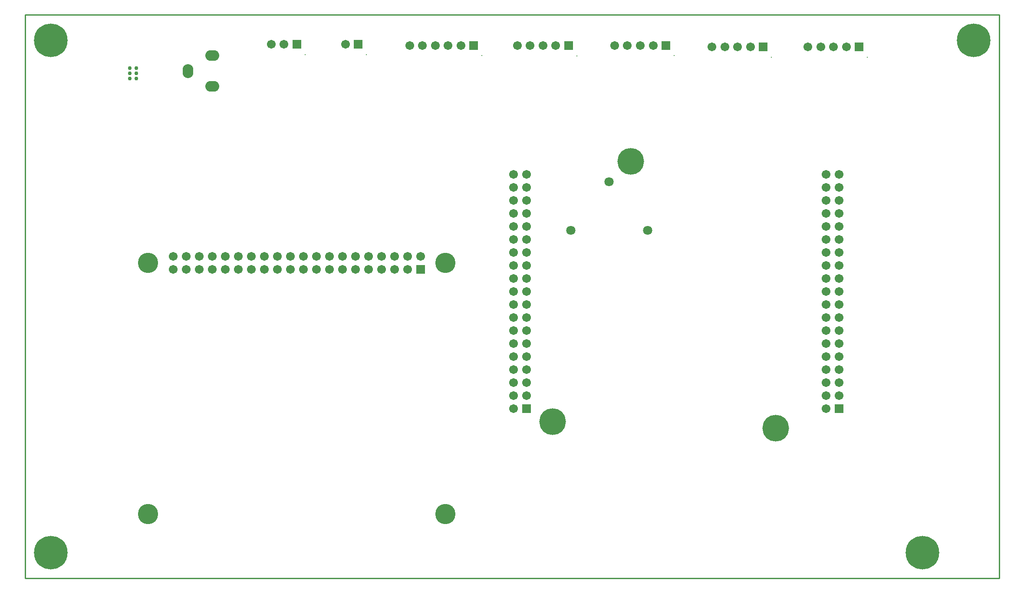
<source format=gbs>
G04*
G04 #@! TF.GenerationSoftware,Altium Limited,Altium Designer,18.1.11 (251)*
G04*
G04 Layer_Color=16711935*
%FSLAX25Y25*%
%MOIN*%
G70*
G01*
G75*
%ADD11C,0.01000*%
%ADD70C,0.07099*%
%ADD71C,0.06706*%
%ADD72R,0.06706X0.06706*%
%ADD73C,0.20485*%
%ADD74R,0.00800X0.00800*%
%ADD75O,0.10642X0.08280*%
%ADD76O,0.08280X0.10642*%
%ADD77C,0.25800*%
%ADD78R,0.06706X0.06706*%
%ADD79C,0.15564*%
%ADD80C,0.03000*%
D11*
X0Y0D02*
X748032D01*
X0D02*
Y433071D01*
X748032D01*
X748032Y0D01*
D70*
X448602Y304748D02*
D03*
X478130Y267347D02*
D03*
X419075D02*
D03*
D71*
X615000Y310472D02*
D03*
X625000D02*
D03*
X615000Y300472D02*
D03*
X625000D02*
D03*
X615000Y290472D02*
D03*
X625000D02*
D03*
X615000Y280472D02*
D03*
X625000D02*
D03*
X615000Y270472D02*
D03*
X625000D02*
D03*
X615000Y260472D02*
D03*
X625000D02*
D03*
X615000Y250472D02*
D03*
X625000D02*
D03*
X615000Y240472D02*
D03*
X625000D02*
D03*
X615000Y230472D02*
D03*
X625000D02*
D03*
X615000Y220472D02*
D03*
X625000D02*
D03*
X615000Y210472D02*
D03*
X625000D02*
D03*
X615000Y200472D02*
D03*
X625000D02*
D03*
X615000Y190472D02*
D03*
X625000D02*
D03*
X615000Y180472D02*
D03*
X625000D02*
D03*
X615000Y170472D02*
D03*
X625000D02*
D03*
X615000Y160472D02*
D03*
X625000D02*
D03*
X615000Y150472D02*
D03*
X625000D02*
D03*
X615000Y140472D02*
D03*
X625000D02*
D03*
X615000Y130472D02*
D03*
X375000Y310472D02*
D03*
X385000D02*
D03*
X375000Y300472D02*
D03*
X385000D02*
D03*
X375000Y290472D02*
D03*
X385000D02*
D03*
X375000Y280472D02*
D03*
X385000D02*
D03*
X375000Y270472D02*
D03*
X385000D02*
D03*
X375000Y260472D02*
D03*
X385000D02*
D03*
X375000Y250472D02*
D03*
X385000D02*
D03*
X375000Y240472D02*
D03*
X385000D02*
D03*
X375000Y230472D02*
D03*
X385000D02*
D03*
X375000Y220472D02*
D03*
X385000D02*
D03*
X375000Y210472D02*
D03*
X385000D02*
D03*
X375000Y200472D02*
D03*
X385000D02*
D03*
X375000Y190472D02*
D03*
X385000D02*
D03*
X375000Y180472D02*
D03*
X385000D02*
D03*
X375000Y170472D02*
D03*
X385000D02*
D03*
X375000Y160472D02*
D03*
X385000D02*
D03*
X375000Y150472D02*
D03*
X385000D02*
D03*
X375000Y140472D02*
D03*
X385000D02*
D03*
X375000Y130472D02*
D03*
D03*
X385000Y140472D02*
D03*
X375000D02*
D03*
X385000Y150472D02*
D03*
X375000D02*
D03*
X385000Y160472D02*
D03*
X375000D02*
D03*
X385000Y170472D02*
D03*
X375000D02*
D03*
X385000Y180472D02*
D03*
X375000D02*
D03*
X385000Y190472D02*
D03*
X375000D02*
D03*
X385000Y200472D02*
D03*
X375000D02*
D03*
X385000Y210472D02*
D03*
X375000D02*
D03*
X385000Y220472D02*
D03*
X375000D02*
D03*
X385000Y230472D02*
D03*
X375000D02*
D03*
X385000Y240472D02*
D03*
X375000D02*
D03*
X385000Y250472D02*
D03*
X375000D02*
D03*
X385000Y260472D02*
D03*
X375000D02*
D03*
X385000Y270472D02*
D03*
X375000D02*
D03*
X385000Y280472D02*
D03*
X375000D02*
D03*
X385000Y290472D02*
D03*
X375000D02*
D03*
X385000Y300472D02*
D03*
X375000D02*
D03*
X385000Y310472D02*
D03*
X375000D02*
D03*
X615000D02*
D03*
X625000D02*
D03*
X615000Y300472D02*
D03*
X625000D02*
D03*
X615000Y290472D02*
D03*
X625000D02*
D03*
X615000Y280472D02*
D03*
X625000D02*
D03*
X615000Y270472D02*
D03*
X625000D02*
D03*
X615000Y260472D02*
D03*
X625000D02*
D03*
X615000Y250472D02*
D03*
X625000D02*
D03*
X615000Y240472D02*
D03*
X625000D02*
D03*
X615000Y230472D02*
D03*
X625000D02*
D03*
X615000Y220472D02*
D03*
X625000D02*
D03*
X615000Y210472D02*
D03*
X625000D02*
D03*
X615000Y200472D02*
D03*
X625000D02*
D03*
X615000Y190472D02*
D03*
X625000D02*
D03*
X615000Y180472D02*
D03*
X625000D02*
D03*
X615000Y170472D02*
D03*
X625000D02*
D03*
X615000Y160472D02*
D03*
X625000D02*
D03*
X615000Y150472D02*
D03*
X625000D02*
D03*
X615000Y140472D02*
D03*
X625000D02*
D03*
X615000Y130472D02*
D03*
X527559Y408189D02*
D03*
X537402D02*
D03*
X547244D02*
D03*
X557087D02*
D03*
X452756Y409449D02*
D03*
X462598D02*
D03*
X472441D02*
D03*
X482283D02*
D03*
X601178Y408189D02*
D03*
X611020D02*
D03*
X620863D02*
D03*
X630705D02*
D03*
X198819Y410157D02*
D03*
X188976D02*
D03*
X377953Y409332D02*
D03*
X387795D02*
D03*
X397638D02*
D03*
X407480D02*
D03*
X295276Y409449D02*
D03*
X305118D02*
D03*
X334646D02*
D03*
X324803D02*
D03*
X314961D02*
D03*
X246063Y410157D02*
D03*
X303661Y247209D02*
D03*
X293661Y237209D02*
D03*
Y247209D02*
D03*
X283661Y237209D02*
D03*
Y247209D02*
D03*
X273661Y237209D02*
D03*
Y247209D02*
D03*
X263661Y237209D02*
D03*
Y247209D02*
D03*
X253661Y237209D02*
D03*
Y247209D02*
D03*
X243661Y237209D02*
D03*
Y247209D02*
D03*
X233661Y237209D02*
D03*
Y247209D02*
D03*
X223661Y237209D02*
D03*
Y247209D02*
D03*
X213661Y237209D02*
D03*
Y247209D02*
D03*
X203661Y237209D02*
D03*
Y247209D02*
D03*
X193661Y237209D02*
D03*
Y247209D02*
D03*
X183661Y237209D02*
D03*
Y247209D02*
D03*
X173661Y237209D02*
D03*
Y247209D02*
D03*
X163661Y237209D02*
D03*
Y247209D02*
D03*
X153661Y237209D02*
D03*
Y247209D02*
D03*
X143661Y237209D02*
D03*
Y247209D02*
D03*
X133661Y237209D02*
D03*
Y247209D02*
D03*
X123661Y237209D02*
D03*
Y247209D02*
D03*
X113661Y237209D02*
D03*
Y247209D02*
D03*
D72*
X625000Y130472D02*
D03*
X385000D02*
D03*
D03*
X625000D02*
D03*
X566929Y408189D02*
D03*
X492126Y409449D02*
D03*
X640548Y408189D02*
D03*
X208661Y410157D02*
D03*
X417323Y409332D02*
D03*
X344488Y409449D02*
D03*
X255906Y410157D02*
D03*
D73*
X465000Y320472D02*
D03*
X576500Y115472D02*
D03*
X405000Y120472D02*
D03*
D74*
X573228Y400315D02*
D03*
X498425Y401575D02*
D03*
X646847Y400315D02*
D03*
X214961Y402283D02*
D03*
X423622Y401458D02*
D03*
X350787Y401575D02*
D03*
X262205Y402283D02*
D03*
D75*
X143661Y401575D02*
D03*
Y377953D02*
D03*
D76*
X125157Y389764D02*
D03*
D77*
X688976Y19685D02*
D03*
X728346Y413386D02*
D03*
X19685Y19685D02*
D03*
Y413386D02*
D03*
D78*
X303661Y237209D02*
D03*
D79*
X322835Y49295D02*
D03*
Y242209D02*
D03*
X94488Y49295D02*
D03*
Y242209D02*
D03*
D80*
X85433Y384114D02*
D03*
X80315D02*
D03*
X85433Y388051D02*
D03*
X80315D02*
D03*
X85433Y391988D02*
D03*
X80315D02*
D03*
M02*

</source>
